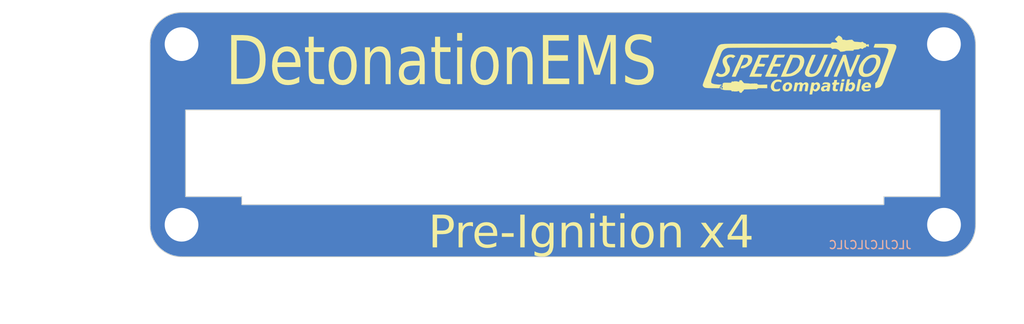
<source format=kicad_pcb>
(kicad_pcb (version 20221018) (generator pcbnew)
  (layers (0 "F.Cu" signal) (31 "B.Cu" signal) (34 "B.Paste" user) (35 "F.Paste" user) (36 "B.SilkS" user "B.Silkscreen") (37 "F.SilkS" user "F.Silkscreen") (38 "B.Mask" user) (39 "F.Mask" user) (44 "Edge.Cuts" user))
  (net 0 "")
  (net 1 "GND")
  (footprint "MountingHole:MountingHole_4.3mm_M4_Pad" (layer "F.Cu") (at 73.96 104.885)
    (fp_text reference "H1" hide)
    (fp_text value "MountingHole_Pad")
    (pad "1" thru_hole circle (at 0 0) (size 5 5) (drill 4.2) (layers "*.Cu" "*.Mask") (net 1 "GND"))
  )
  (footprint "Detonation-Logos:SpeeduinoCompatible-26mm" (layer "F.Cu") (at 150.96 107.385)
    (fp_text reference "G***" hide)
    (fp_text value "LOGO" hide)
    (fp_poly (pts (xy 5.545462 1.874593) (xy 5.595562 1.883803) (xy 5.609899 1.908653) (xy 5.60234 1.956914) (xy 5.601528 1.960562) (xy 5.576325 2.067603) (xy 5.550739 2.126988) (xy 5.509311 2.152742) (xy 5.436581 2.158892) (xy 5.382829 2.159) (xy 5.213687 2.159) (xy 5.241336 2.039937) (xy 5.259429 1.957096) (xy 5.269227 1.902717) (xy 5.269742 1.897062) (xy 5.298905 1.884033) (xy 5.373352 1.875384) (xy 5.445729 1.87325) (xy 5.545462 1.874593)) (stroke (width 0.01)) (fill solid) (layer "F.SilkS"))
    (fp_poly (pts (xy 5.449653 2.291361) (xy 5.510858 2.305148) (xy 5.5245 2.317546) (xy 5.518683 2.357995) (xy 5.502605 2.449543) (xy 5.478321 2.580994) (xy 5.447885 2.741154) (xy 5.425398 2.857296) (xy 5.326296 3.3655) (xy 5.15182 3.3655) (xy 5.052466 3.363374) (xy 5.002866 3.353273) (xy 4.98932 3.329612) (xy 4.994151 3.301228) (xy 5.005668 3.248368) (xy 5.026148 3.145781) (xy 5.053111 3.0062) (xy 5.084082 2.842359) (xy 5.099154 2.761478) (xy 5.18735 2.286) (xy 5.355925 2.286) (xy 5.449653 2.291361)) (stroke (width 0.01)) (fill solid) (layer "F.SilkS"))
    (fp_poly (pts (xy 7.611657 1.875784) (xy 7.662055 1.886418) (xy 7.675365 1.909696) (xy 7.671851 1.928812) (xy 7.661388 1.97528) (xy 7.641008 2.074276) (xy 7.612673 2.215949) (xy 7.578345 2.390446) (xy 7.539988 2.587918) (xy 7.523225 2.674937) (xy 7.390525 3.3655) (xy 7.219512 3.3655) (xy 7.124981 3.364158) (xy 7.062875 3.360704) (xy 7.0485 3.357504) (xy 7.054322 3.325455) (xy 7.070663 3.239834) (xy 7.095833 3.109384) (xy 7.128141 2.942848) (xy 7.165896 2.748968) (xy 7.191211 2.619316) (xy 7.231494 2.412915) (xy 7.267386 2.228459) (xy 7.297194 2.074689) (xy 7.319227 1.960349) (xy 7.331792 1.894181) (xy 7.334086 1.881187) (xy 7.362927 1.876861) (xy 7.437229 1.873978) (xy 7.511014 1.87325) (xy 7.611657 1.875784)) (stroke (width 0.01)) (fill solid) (layer "F.SilkS"))
    (fp_poly (pts (xy -1.163425 2.315558) (xy -1.160269 2.317075) (xy -1.029295 2.40835) (xy -0.950813 2.532418) (xy -0.921752 2.694455) (xy -0.921448 2.719523) (xy -0.951123 2.917613) (xy -1.032281 3.089812) (xy -1.155966 3.229696) (xy -1.313219 3.330842) (xy -1.495082 3.386827) (xy -1.692596 3.391228) (xy -1.8211 3.364604) (xy -1.956229 3.295837) (xy -2.049954 3.190044) (xy -2.10306 3.057654) (xy -2.116334 2.909098) (xy -2.108163 2.860174) (xy -1.746363 2.860174) (xy -1.745245 2.970532) (xy -1.725404 3.061248) (xy -1.690688 3.108956) (xy -1.578524 3.14052) (xy -1.463609 3.110671) (xy -1.432461 3.091475) (xy -1.353172 3.006249) (xy -1.298847 2.890538) (xy -1.273683 2.764391) (xy -1.281877 2.64786) (xy -1.322546 2.566312) (xy -1.407818 2.511999) (xy -1.505817 2.514281) (xy -1.606545 2.570455) (xy -1.692145 2.666127) (xy -1.728686 2.751573) (xy -1.746363 2.860174) (xy -2.108163 2.860174) (xy -2.090563 2.754805) (xy -2.026534 2.605205) (xy -1.925035 2.470728) (xy -1.78685 2.361803) (xy -1.743672 2.338286) (xy -1.543019 2.268193) (xy -1.348967 2.260593) (xy -1.163425 2.315558)) (stroke (width 0.01)) (fill solid) (layer "F.SilkS"))
    (fp_poly (pts (xy 4.545472 -1.171067) (xy 4.628641 -1.161333) (xy 4.666453 -1.147526) (xy 4.66725 -1.145078) (xy 4.655053 -1.110112) (xy 4.620331 -1.023573) (xy 4.565884 -0.892118) (xy 4.494512 -0.722405) (xy 4.409016 -0.521093) (xy 4.312196 -0.294839) (xy 4.206852 -0.0503) (xy 4.203164 -0.041766) (xy 4.091933 0.215728) (xy 3.984015 0.465871) (xy 3.883148 0.699971) (xy 3.793072 0.909336) (xy 3.717527 1.085275) (xy 3.660254 1.219097) (xy 3.628488 1.293812) (xy 3.517899 1.55575) (xy 3.280809 1.55575) (xy 3.160405 1.554837) (xy 3.091414 1.549418) (xy 3.061748 1.535468) (xy 3.059323 1.508963) (xy 3.066245 1.484312) (xy 3.083493 1.440134) (xy 3.123152 1.344378) (xy 3.18238 1.203731) (xy 3.258334 1.024878) (xy 3.348173 0.814505) (xy 3.449055 0.579298) (xy 3.558138 0.325941) (xy 3.591306 0.249088) (xy 3.703619 -0.011247) (xy 3.809815 -0.257851) (xy 3.906838 -0.483598) (xy 3.991634 -0.681361) (xy 4.061147 -0.844014) (xy 4.112324 -0.964429) (xy 4.14211 -1.03548) (xy 4.145868 -1.044724) (xy 4.197894 -1.17475) (xy 4.432572 -1.17475) (xy 4.545472 -1.171067)) (stroke (width 0.01)) (fill solid) (layer "F.SilkS"))
    (fp_poly (pts (xy -2.402424 1.949718) (xy -2.302185 1.980936) (xy -2.250462 2.0071) (xy -2.234361 2.039297) (xy -2.24097 2.088553) (xy -2.265388 2.196268) (xy -2.284102 2.252443) (xy -2.306545 2.267204) (xy -2.342152 2.250681) (xy -2.373084 2.230404) (xy -2.485706 2.186898) (xy -2.629037 2.172167) (xy -2.77761 2.185385) (xy -2.905957 2.225724) (xy -2.945532 2.248986) (xy -3.055268 2.357826) (xy -3.134008 2.496885) (xy -3.179252 2.65116) (xy -3.188496 2.805644) (xy -3.15924 2.945333) (xy -3.088982 3.055222) (xy -3.081173 3.062587) (xy -2.976882 3.118) (xy -2.839346 3.136477) (xy -2.687523 3.117236) (xy -2.587481 3.082957) (xy -2.499876 3.047207) (xy -2.439183 3.028063) (xy -2.422916 3.027501) (xy -2.419963 3.063338) (xy -2.427102 3.138474) (xy -2.431594 3.16897) (xy -2.454174 3.258435) (xy -2.495903 3.308118) (xy -2.551709 3.334093) (xy -2.659349 3.359783) (xy -2.801233 3.376849) (xy -2.953517 3.384177) (xy -3.092361 3.380653) (xy -3.193922 3.365165) (xy -3.197023 3.364234) (xy -3.347229 3.286377) (xy -3.465466 3.162296) (xy -3.544878 3.004092) (xy -3.578607 2.823863) (xy -3.572839 2.701007) (xy -3.51098 2.468627) (xy -3.400219 2.269917) (xy -3.248294 2.109846) (xy -3.062948 1.993383) (xy -2.85192 1.925496) (xy -2.622951 1.911153) (xy -2.402424 1.949718)) (stroke (width 0.01)) (fill solid) (layer "F.SilkS"))
    (fp_poly (pts (xy -1.956997 -0.841375) (xy -2.369457 -0.832559) (xy -2.781917 -0.823742) (xy -2.938771 -0.454391) (xy -2.999127 -0.312139) (xy -3.05047 -0.190886) (xy -3.087689 -0.102718) (xy -3.105675 -0.059721) (xy -3.106209 -0.058396) (xy -3.080627 -0.04834) (xy -3.003136 -0.040021) (xy -2.885323 -0.034236) (xy -2.738773 -0.031783) (xy -2.719031 -0.03175) (xy -2.32127 -0.03175) (xy -2.387243 0.127) (xy -2.453217 0.28575) (xy -3.256337 0.28575) (xy -3.445856 0.719885) (xy -3.513068 0.873976) (xy -3.571253 1.007613) (xy -3.615669 1.109886) (xy -3.641573 1.169882) (xy -3.645959 1.18026) (xy -3.619827 1.189323) (xy -3.540795 1.197032) (xy -3.419461 1.202794) (xy -3.266419 1.20602) (xy -3.175 1.2065) (xy -3.009322 1.208038) (xy -2.86967 1.212281) (xy -2.766641 1.218668) (xy -2.710831 1.226639) (xy -2.704042 1.231371) (xy -2.721703 1.272949) (xy -2.755108 1.351641) (xy -2.778125 1.405877) (xy -2.841625 1.555511) (xy -3.563938 1.55563) (xy -3.770322 1.554667) (xy -3.953563 1.551902) (xy -4.104781 1.547626) (xy -4.215092 1.542132) (xy -4.275615 1.535711) (xy -4.284466 1.531937) (xy -4.271801 1.49882) (xy -4.23624 1.413406) (xy -4.180311 1.281586) (xy -4.106544 1.109251) (xy -4.017466 0.902293) (xy -3.915606 0.666603) (xy -3.803492 0.408073) (xy -3.70196 0.174625) (xy -3.121238 -1.158875) (xy -2.465832 -1.167456) (xy -1.810425 -1.176037) (xy -1.956997 -0.841375)) (stroke (width 0.01)) (fill solid) (layer "F.SilkS"))
    (fp_poly (pts (xy 4.627319 2.286) (xy 4.790159 2.286) (xy 4.893825 2.29165) (xy 4.944693 2.3174) (xy 4.953092 2.376452) (xy 4.932988 2.468562) (xy 4.913887 2.510642) (xy 4.874202 2.532061) (xy 4.796439 2.539467) (xy 4.745061 2.54) (xy 4.662367 2.540476) (xy 4.608374 2.549593) (xy 4.573833 2.578884) (xy 4.549497 2.639883) (xy 4.526121 2.744122) (xy 4.508033 2.835625) (xy 4.486528 2.967283) (xy 4.488934 3.049442) (xy 4.520366 3.09326) (xy 4.585938 3.109891) (xy 4.634503 3.1115) (xy 4.719254 3.119108) (xy 4.758508 3.15049) (xy 4.759857 3.218476) (xy 4.742488 3.294062) (xy 4.725571 3.333639) (xy 4.691102 3.354853) (xy 4.6229 3.362958) (xy 4.528609 3.363487) (xy 4.411496 3.357762) (xy 4.31097 3.345054) (xy 4.262179 3.332665) (xy 4.186325 3.281209) (xy 4.144866 3.196748) (xy 4.13571 3.071125) (xy 4.154169 2.911306) (xy 4.175926 2.787475) (xy 4.196359 2.680281) (xy 4.211127 2.612458) (xy 4.211393 2.611437) (xy 4.215772 2.559721) (xy 4.180053 2.541505) (xy 4.143109 2.54) (xy 4.084298 2.534085) (xy 4.067105 2.503402) (xy 4.075906 2.440781) (xy 4.08986 2.362934) (xy 4.095749 2.314042) (xy 4.09575 2.313781) (xy 4.123287 2.294031) (xy 4.18802 2.286) (xy 4.243346 2.281111) (xy 4.274162 2.255669) (xy 4.292087 2.193504) (xy 4.302125 2.12725) (xy 4.323958 1.9685) (xy 4.669437 1.9685) (xy 4.627319 2.286)) (stroke (width 0.01)) (fill solid) (layer "F.SilkS"))
    (fp_poly (pts (xy 8.585354 2.275652) (xy 8.717423 2.337341) (xy 8.821161 2.434842) (xy 8.887772 2.564928) (xy 8.908461 2.72437) (xy 8.901116 2.80073) (xy 8.881884 2.921) (xy 8.057616 2.921) (xy 8.07867 3.008312) (xy 8.112456 3.087819) (xy 8.151681 3.135312) (xy 8.236591 3.166607) (xy 8.362231 3.170651) (xy 8.51232 3.148157) (xy 8.631272 3.114255) (xy 8.80117 3.055584) (xy 8.782085 3.15101) (xy 8.768487 3.226403) (xy 8.763 3.271112) (xy 8.733676 3.302971) (xy 8.655391 3.331988) (xy 8.542676 3.356358) (xy 8.410062 3.374276) (xy 8.27208 3.383938) (xy 8.14326 3.383538) (xy 8.038133 3.371271) (xy 8.01157 3.364451) (xy 7.897146 3.300117) (xy 7.799637 3.193794) (xy 7.737394 3.066979) (xy 7.729357 3.033867) (xy 7.728358 2.87328) (xy 7.776445 2.703819) (xy 7.794828 2.671329) (xy 8.128 2.671329) (xy 8.157061 2.684844) (xy 8.233542 2.694637) (xy 8.341385 2.698728) (xy 8.35025 2.69875) (xy 8.46881 2.696446) (xy 8.536777 2.687497) (xy 8.566955 2.668846) (xy 8.5725 2.645687) (xy 8.54435 2.565373) (xy 8.474265 2.502624) (xy 8.383791 2.476518) (xy 8.381408 2.4765) (xy 8.311205 2.496373) (xy 8.231433 2.544993) (xy 8.163552 2.605863) (xy 8.12902 2.662485) (xy 8.128 2.671329) (xy 7.794828 2.671329) (xy 7.866094 2.545374) (xy 7.949656 2.451567) (xy 8.107103 2.337732) (xy 8.271399 2.27262) (xy 8.433747 2.253003) (xy 8.585354 2.275652)) (stroke (width 0.01)) (fill solid) (layer "F.SilkS"))
    (fp_poly (pts (xy 2.22147 2.264118) (xy 2.36626 2.307675) (xy 2.473395 2.398509) (xy 2.539803 2.530639) (xy 2.562413 2.698085) (xy 2.540397 2.885004) (xy 2.504512 3.005759) (xy 2.449033 3.103679) (xy 2.357656 3.207209) (xy 2.353025 3.211869) (xy 2.205623 3.329592) (xy 2.059005 3.389443) (xy 1.918667 3.390599) (xy 1.7901 3.332238) (xy 1.753171 3.301633) (xy 1.715999 3.268784) (xy 1.690056 3.258894) (xy 1.670225 3.280594) (xy 1.651392 3.342518) (xy 1.62844 3.453298) (xy 1.611836 3.540125) (xy 1.569504 3.762375) (xy 1.403877 3.771971) (xy 1.29887 3.772853) (xy 1.247162 3.75878) (xy 1.237954 3.740221) (xy 1.24362 3.698213) (xy 1.25966 3.603328) (xy 1.284368 3.465027) (xy 1.316039 3.292775) (xy 1.352968 3.096033) (xy 1.372681 2.992437) (xy 1.387368 2.915592) (xy 1.74625 2.915592) (xy 1.768428 3.038472) (xy 1.827703 3.116384) (xy 1.913187 3.144188) (xy 2.013991 3.116741) (xy 2.077076 3.071812) (xy 2.135789 2.994551) (xy 2.185148 2.886827) (xy 2.197046 2.847731) (xy 2.218609 2.746084) (xy 2.216848 2.676901) (xy 2.190833 2.613224) (xy 2.188826 2.609606) (xy 2.119256 2.531244) (xy 2.036422 2.505854) (xy 1.94958 2.527034) (xy 1.867988 2.588384) (xy 1.800904 2.683504) (xy 1.757586 2.805993) (xy 1.74625 2.915592) (xy 1.387368 2.915592) (xy 1.507703 2.286) (xy 1.674601 2.286) (xy 1.772885 2.289079) (xy 1.823058 2.302127) (xy 1.840364 2.330855) (xy 1.8415 2.348543) (xy 1.845502 2.383985) (xy 1.866695 2.387826) (xy 1.918854 2.357894) (xy 1.960562 2.329783) (xy 2.056235 2.276079) (xy 2.147642 2.259614) (xy 2.22147 2.264118)) (stroke (width 0.01)) (fill solid) (layer "F.SilkS"))
    (fp_poly (pts (xy 3.513756 2.272291) (xy 3.650969 2.307744) (xy 3.706167 2.335483) (xy 3.765955 2.383726) (xy 3.804517 2.442676) (xy 3.823027 2.522819) (xy 3.822658 2.63464) (xy 3.804584 2.788624) (xy 3.776143 2.960687) (xy 3.704544 3.3655) (xy 3.535022 3.3655) (xy 3.436014 3.36263) (xy 3.385108 3.350145) (xy 3.367017 3.322236) (xy 3.3655 3.301049) (xy 3.362722 3.260396) (xy 3.344076 3.256328) (xy 3.294088 3.289439) (xy 3.273554 3.304577) (xy 3.167751 3.35575) (xy 3.035863 3.383841) (xy 2.907364 3.384657) (xy 2.835538 3.366892) (xy 2.740216 3.295402) (xy 2.685299 3.190059) (xy 2.672124 3.067071) (xy 2.683837 3.018337) (xy 3.01625 3.018337) (xy 3.04276 3.103554) (xy 3.109949 3.158425) (xy 3.199306 3.175597) (xy 3.292319 3.147719) (xy 3.310772 3.135312) (xy 3.356788 3.080855) (xy 3.403794 2.996536) (xy 3.412516 2.976562) (xy 3.461602 2.8575) (xy 3.302426 2.8575) (xy 3.177301 2.873893) (xy 3.079801 2.917779) (xy 3.024053 2.981218) (xy 3.01625 3.018337) (xy 2.683837 3.018337) (xy 2.70203 2.942645) (xy 2.776357 2.832989) (xy 2.790347 2.819772) (xy 2.92721 2.732206) (xy 3.10333 2.682117) (xy 3.309937 2.667177) (xy 3.413753 2.664485) (xy 3.468873 2.653309) (xy 3.49001 2.628606) (xy 3.4925 2.604617) (xy 3.464451 2.539214) (xy 3.388527 2.496015) (xy 3.277058 2.477037) (xy 3.142373 2.4843) (xy 2.996803 2.51982) (xy 2.989648 2.522308) (xy 2.859814 2.568116) (xy 2.878455 2.466745) (xy 2.906513 2.37883) (xy 2.960434 2.321911) (xy 3.053592 2.286716) (xy 3.165184 2.267994) (xy 3.345407 2.25824) (xy 3.513756 2.272291)) (stroke (width 0.01)) (fill solid) (layer "F.SilkS"))
    (fp_poly (pts (xy -4.029977 -1.169412) (xy -3.910034 -1.166291) (xy -3.833874 -1.160009) (xy -3.794935 -1.15024) (xy -3.786659 -1.136659) (xy -3.786993 -1.135718) (xy -3.808137 -1.083013) (xy -3.842434 -0.997947) (xy -3.857589 -0.960438) (xy -3.912145 -0.825501) (xy -4.746625 -0.824613) (xy -4.873625 -0.515978) (xy -4.945979 -0.343025) (xy -4.994376 -0.221078) (xy -5.01465 -0.140803) (xy -5.002632 -0.092869) (xy -4.954156 -0.067942) (xy -4.865054 -0.056691) (xy -4.73116 -0.049783) (xy -4.663815 -0.046126) (xy -4.517537 -0.036536) (xy -4.39765 -0.027039) (xy -4.316456 -0.018726) (xy -4.286253 -0.012689) (xy -4.28625 -0.012645) (xy -4.298909 0.019675) (xy -4.331247 0.090199) (xy -4.356077 0.142025) (xy -4.425904 0.28575) (xy -5.207826 0.28575) (xy -5.269213 0.420687) (xy -5.308362 0.507323) (xy -5.364624 0.632562) (xy -5.429289 0.776994) (xy -5.472216 0.873125) (xy -5.61383 1.190625) (xy -5.137467 1.199406) (xy -4.944793 1.204275) (xy -4.809066 1.211099) (xy -4.723746 1.220555) (xy -4.682294 1.233318) (xy -4.676569 1.247031) (xy -4.697324 1.298727) (xy -4.731358 1.383117) (xy -4.746589 1.420812) (xy -4.801145 1.55575) (xy -6.255603 1.55575) (xy -6.2109 1.452562) (xy -6.17901 1.377417) (xy -6.131205 1.262965) (xy -6.075599 1.128677) (xy -6.048821 1.063625) (xy -5.987691 0.91727) (xy -5.925526 0.772511) (xy -5.872689 0.653346) (xy -5.85691 0.619125) (xy -5.817343 0.532223) (xy -5.759725 0.402287) (xy -5.690823 0.244728) (xy -5.617404 0.07496) (xy -5.592049 0.015875) (xy -5.507829 -0.180368) (xy -5.415521 -0.394725) (xy -5.325776 -0.602502) (xy -5.249249 -0.779) (xy -5.242832 -0.79375) (xy -5.083944 -1.158875) (xy -4.427449 -1.167468) (xy -4.200262 -1.169696) (xy -4.029977 -1.169412)) (stroke (width 0.01)) (fill solid) (layer "F.SilkS"))
    (fp_poly (pts (xy 9.481075 -1.191853) (xy 9.653175 -1.145102) (xy 9.798994 -1.061303) (xy 9.82576 -1.040189) (xy 9.963002 -0.887059) (xy 10.050504 -0.696436) (xy 10.087571 -0.471155) (xy 10.07351 -0.214054) (xy 10.054095 -0.106133) (xy 9.958811 0.210269) (xy 9.813669 0.513742) (xy 9.626101 0.79571) (xy 9.40354 1.047593) (xy 9.153419 1.260815) (xy 8.883171 1.426798) (xy 8.640593 1.525138) (xy 8.486983 1.559755) (xy 8.309871 1.58004) (xy 8.132604 1.584954) (xy 7.978532 1.573459) (xy 7.905544 1.557834) (xy 7.716894 1.475034) (xy 7.571108 1.35728) (xy 7.542889 1.323415) (xy 7.43126 1.125744) (xy 7.37437 0.89981) (xy 7.372267 0.658329) (xy 7.907774 0.658329) (xy 7.91382 0.819148) (xy 7.938743 0.94756) (xy 7.954916 0.98723) (xy 8.049334 1.106083) (xy 8.181044 1.17946) (xy 8.341704 1.206042) (xy 8.522972 1.184512) (xy 8.716509 1.11355) (xy 8.725655 1.109033) (xy 8.921373 0.982776) (xy 9.095176 0.808472) (xy 9.251934 0.580558) (xy 9.348995 0.396875) (xy 9.445212 0.181716) (xy 9.508593 -0.000454) (xy 9.544065 -0.1677) (xy 9.556554 -0.338085) (xy 9.55675 -0.364887) (xy 9.537289 -0.547686) (xy 9.477183 -0.68228) (xy 9.373845 -0.771294) (xy 9.22469 -0.817353) (xy 9.103022 -0.8255) (xy 8.901163 -0.795076) (xy 8.700029 -0.708476) (xy 8.506665 -0.57271) (xy 8.328116 -0.394785) (xy 8.171429 -0.181711) (xy 8.043648 0.059503) (xy 7.952592 0.318939) (xy 7.920675 0.484971) (xy 7.907774 0.658329) (xy 7.372267 0.658329) (xy 7.37219 0.649488) (xy 7.424692 0.378653) (xy 7.531847 0.091178) (xy 7.552265 0.047625) (xy 7.733732 -0.272235) (xy 7.948705 -0.551792) (xy 8.1917 -0.787036) (xy 8.457231 -0.973957) (xy 8.739811 -1.108544) (xy 9.033956 -1.186788) (xy 9.267316 -1.206124) (xy 9.481075 -1.191853)) (stroke (width 0.01)) (fill solid) (layer "F.SilkS"))
    (fp_poly (pts (xy -8.418742 -1.195763) (xy -8.225604 -1.153138) (xy -8.08055 -1.071781) (xy -8.076446 -1.068299) (xy -7.992128 -0.995772) (xy -8.275846 -0.763286) (xy -8.399137 -0.826143) (xy -8.530619 -0.877073) (xy -8.650279 -0.881464) (xy -8.781615 -0.838845) (xy -8.825361 -0.817563) (xy -8.95987 -0.719468) (xy -9.044162 -0.593319) (xy -9.072542 -0.4487) (xy -9.069722 -0.406434) (xy -9.051928 -0.330798) (xy -9.017029 -0.227773) (xy -8.971731 -0.112894) (xy -8.922742 -0.001695) (xy -8.876768 0.09029) (xy -8.840515 0.147526) (xy -8.82571 0.15875) (xy -8.793529 0.18718) (xy -8.756239 0.261043) (xy -8.71954 0.3632) (xy -8.68913 0.47651) (xy -8.670708 0.583832) (xy -8.66775 0.633853) (xy -8.698072 0.832306) (xy -8.783992 1.027048) (xy -8.917943 1.207856) (xy -9.092357 1.364509) (xy -9.29894 1.48645) (xy -9.485894 1.549297) (xy -9.695208 1.581932) (xy -9.906055 1.583707) (xy -10.097608 1.553972) (xy -10.207625 1.514752) (xy -10.305363 1.462246) (xy -10.383163 1.410252) (xy -10.411125 1.384762) (xy -10.431768 1.34875) (xy -10.423875 1.309557) (xy -10.3809 1.251751) (xy -10.33175 1.197635) (xy -10.263404 1.12353) (xy -10.215587 1.070074) (xy -10.201029 1.052224) (xy -10.175431 1.062574) (xy -10.119418 1.103448) (xy -10.096855 1.121954) (xy -9.94251 1.214118) (xy -9.775147 1.249294) (xy -9.606141 1.22912) (xy -9.446866 1.155234) (xy -9.308698 1.029277) (xy -9.2903 1.005731) (xy -9.248186 0.925276) (xy -9.230661 0.819072) (xy -9.229607 0.740963) (xy -9.235989 0.648407) (xy -9.255217 0.560061) (xy -9.292972 0.459131) (xy -9.354932 0.328821) (xy -9.396071 0.248732) (xy -9.512682 -0.010206) (xy -9.57566 -0.239693) (xy -9.58489 -0.444456) (xy -9.540258 -0.629218) (xy -9.44165 -0.798705) (xy -9.368714 -0.88267) (xy -9.176611 -1.036218) (xy -8.948781 -1.142358) (xy -8.696955 -1.195874) (xy -8.65736 -1.19907) (xy -8.418742 -1.195763)) (stroke (width 0.01)) (fill solid) (layer "F.SilkS"))
    (fp_poly (pts (xy 1.863069 -1.173971) (xy 1.947742 -1.165565) (xy 1.995617 -1.14943) (xy 2.00025 -1.140962) (xy 1.988138 -1.104368) (xy 1.953843 -1.016903) (xy 1.900428 -0.885964) (xy 1.830955 -0.718946) (xy 1.748484 -0.523246) (xy 1.656079 -0.30626) (xy 1.61578 -0.212275) (xy 1.48925 0.084993) (xy 1.387978 0.330619) (xy 1.310473 0.530549) (xy 1.255242 0.690732) (xy 1.220792 0.817115) (xy 1.20563 0.915644) (xy 1.208264 0.992268) (xy 1.2272 1.052934) (xy 1.260945 1.103588) (xy 1.280268 1.124405) (xy 1.383335 1.185773) (xy 1.520927 1.209036) (xy 1.676417 1.193717) (xy 1.83139 1.140208) (xy 1.9148 1.093005) (xy 1.993688 1.031843) (xy 2.071181 0.951462) (xy 2.150407 0.846601) (xy 2.234491 0.711999) (xy 2.326561 0.542395) (xy 2.429745 0.332531) (xy 2.547168 0.077144) (xy 2.681959 -0.229026) (xy 2.778092 -0.452438) (xy 3.086879 -1.174751) (xy 3.30436 -1.17475) (xy 3.521841 -1.17475) (xy 3.416339 -0.928688) (xy 3.243533 -0.527176) (xy 3.090968 -0.175888) (xy 2.959353 0.123583) (xy 2.849395 0.369647) (xy 2.761801 0.56071) (xy 2.697277 0.695181) (xy 2.679405 0.73025) (xy 2.505842 1.003622) (xy 2.298512 1.227836) (xy 2.061775 1.40008) (xy 1.799988 1.517543) (xy 1.517511 1.577414) (xy 1.354483 1.584771) (xy 1.227174 1.579778) (xy 1.11402 1.56935) (xy 1.041125 1.556118) (xy 0.88805 1.480874) (xy 0.764943 1.363615) (xy 0.71449 1.281632) (xy 0.676979 1.139507) (xy 0.683983 0.962171) (xy 0.735881 0.746127) (xy 0.788446 0.597186) (xy 0.833908 0.48292) (xy 0.895252 0.333319) (xy 0.968622 0.157352) (xy 1.050165 -0.036011) (xy 1.136025 -0.2378) (xy 1.222347 -0.439046) (xy 1.305278 -0.63078) (xy 1.380962 -0.804032) (xy 1.445544 -0.949832) (xy 1.495171 -1.059212) (xy 1.525986 -1.1232) (xy 1.53289 -1.135063) (xy 1.576509 -1.155195) (xy 1.658629 -1.168549) (xy 1.760423 -1.174887) (xy 1.863069 -1.173971)) (stroke (width 0.01)) (fill solid) (layer "F.SilkS"))
    (fp_poly (pts (xy -0.587375 -1.165351) (xy -0.395177 -1.158119) (xy -0.217893 -1.148331) (xy -0.068221 -1.136928) (xy 0.041138 -1.124851) (xy 0.092021 -1.115042) (xy 0.284897 -1.025691) (xy 0.431052 -0.89463) (xy 0.529254 -0.724454) (xy 0.578272 -0.51776) (xy 0.576872 -0.277143) (xy 0.555585 -0.138343) (xy 0.457893 0.193772) (xy 0.303901 0.505848) (xy 0.099625 0.790053) (xy -0.148918 1.038554) (xy -0.435712 1.243518) (xy -0.556941 1.310118) (xy -0.715685 1.384581) (xy -0.867986 1.441352) (xy -1.027258 1.483112) (xy -1.206911 1.512547) (xy -1.42036 1.532338) (xy -1.681015 1.54517) (xy -1.741987 1.5472) (xy -2.325098 1.565416) (xy -2.302815 1.495209) (xy -2.285914 1.452102) (xy -2.246508 1.356957) (xy -2.187254 1.216038) (xy -2.178463 1.195288) (xy -1.68275 1.195288) (xy -1.653527 1.202509) (xy -1.575664 1.205079) (xy -1.463872 1.2027) (xy -1.419533 1.200647) (xy -1.274296 1.189132) (xy -1.15885 1.167376) (xy -1.04526 1.12788) (xy -0.905593 1.063147) (xy -0.903595 1.062162) (xy -0.624019 0.891978) (xy -0.385193 0.680139) (xy -0.192327 0.433372) (xy -0.05063 0.158404) (xy 0.034687 -0.138038) (xy 0.037289 -0.152775) (xy 0.056252 -0.277598) (xy 0.060089 -0.364906) (xy 0.04729 -0.439207) (xy 0.016341 -0.52501) (xy 0.013975 -0.530812) (xy -0.062345 -0.661852) (xy -0.170934 -0.75136) (xy -0.31896 -0.802799) (xy -0.51359 -0.81963) (xy -0.581558 -0.818469) (xy -0.82974 -0.809625) (xy -0.950742 -0.523875) (xy -0.999 -0.410532) (xy -1.066984 -0.251718) (xy -1.149193 -0.060238) (xy -1.240128 0.151106) (xy -1.334289 0.369509) (xy -1.377248 0.468994) (xy -1.462165 0.666302) (xy -1.538007 0.843979) (xy -1.601327 0.993826) (xy -1.648675 1.107644) (xy -1.676603 1.177233) (xy -1.68275 1.195288) (xy -2.178463 1.195288) (xy -2.11081 1.035606) (xy -2.019836 0.821925) (xy -1.91699 0.581257) (xy -1.804931 0.319865) (xy -1.719704 0.121576) (xy -1.158875 -1.18185) (xy -0.587375 -1.165351)) (stroke (width 0.01)) (fill solid) (layer "F.SilkS"))
    (fp_poly (pts (xy 6.214266 1.875188) (xy 6.263178 1.885304) (xy 6.276703 1.910047) (xy 6.271486 1.944687) (xy 6.230394 2.127481) (xy 6.20409 2.255535) (xy 6.193227 2.336019) (xy 6.198457 2.376098) (xy 6.220434 2.382942) (xy 6.259809 2.363717) (xy 6.306805 2.332668) (xy 6.450916 2.267492) (xy 6.597362 2.261601) (xy 6.698297 2.294868) (xy 6.796772 2.374463) (xy 6.875174 2.491398) (xy 6.917777 2.61966) (xy 6.921322 2.663757) (xy 6.898615 2.856763) (xy 6.836262 3.030488) (xy 6.741989 3.178072) (xy 6.623522 3.292654) (xy 6.488586 3.367374) (xy 6.344907 3.395371) (xy 6.20021 3.369784) (xy 6.151562 3.347339) (xy 6.090443 3.305343) (xy 6.064265 3.269823) (xy 6.06425 3.269235) (xy 6.040058 3.239385) (xy 6.0325 3.2385) (xy 6.006703 3.265092) (xy 6.00075 3.302) (xy 5.993317 3.338417) (xy 5.961066 3.357549) (xy 5.889065 3.364721) (xy 5.822683 3.3655) (xy 5.722084 3.36373) (xy 5.671197 3.35434) (xy 5.656247 3.331206) (xy 5.662018 3.294062) (xy 5.673263 3.241331) (xy 5.694157 3.137265) (xy 5.722528 2.99292) (xy 5.737531 2.915592) (xy 6.096 2.915592) (xy 6.118178 3.038472) (xy 6.177453 3.116384) (xy 6.262937 3.144188) (xy 6.363741 3.116741) (xy 6.426826 3.071812) (xy 6.485539 2.994551) (xy 6.534898 2.886827) (xy 6.546796 2.847731) (xy 6.568357 2.746134) (xy 6.566608 2.677046) (xy 6.540616 2.613552) (xy 6.538545 2.609831) (xy 6.469206 2.532411) (xy 6.386377 2.507782) (xy 6.299408 2.529484) (xy 6.217649 2.591058) (xy 6.150449 2.686044) (xy 6.107158 2.807982) (xy 6.096 2.915592) (xy 5.737531 2.915592) (xy 5.756205 2.819351) (xy 5.793014 2.627614) (xy 5.794588 2.619375) (xy 5.83147 2.427121) (xy 5.86529 2.252573) (xy 5.893881 2.106787) (xy 5.915073 2.000817) (xy 5.926698 1.945719) (xy 5.926944 1.944687) (xy 5.944426 1.902975) (xy 5.982304 1.881542) (xy 6.057709 1.873912) (xy 6.115921 1.87325) (xy 6.214266 1.875188)) (stroke (width 0.01)) (fill solid) (layer "F.SilkS"))
    (fp_poly (pts (xy 0.892277 2.271008) (xy 1.007957 2.337049) (xy 1.018442 2.347057) (xy 1.061417 2.393487) (xy 1.08985 2.43938) (xy 1.104129 2.495772) (xy 1.104642 2.573699) (xy 1.091777 2.684195) (xy 1.065921 2.838297) (xy 1.040577 2.976537) (xy 0.968375 3.36545) (xy 0.801687 3.365475) (xy 0.690084 3.358479) (xy 0.638945 3.337212) (xy 0.635049 3.325812) (xy 0.640724 3.279929) (xy 0.65606 3.186228) (xy 0.678585 3.059219) (xy 0.700726 2.940186) (xy 0.728864 2.786253) (xy 0.744248 2.682213) (xy 0.747452 2.615872) (xy 0.739051 2.575036) (xy 0.719619 2.547513) (xy 0.719239 2.547132) (xy 0.647871 2.515168) (xy 0.562666 2.531999) (xy 0.481903 2.591641) (xy 0.448919 2.635615) (xy 0.418624 2.707183) (xy 0.38399 2.822586) (xy 0.350325 2.962894) (xy 0.333464 3.047512) (xy 0.275119 3.3655) (xy -0.071438 3.3655) (xy -0.050781 3.262312) (xy -0.007068 3.040502) (xy 0.023974 2.8724) (xy 0.043208 2.749674) (xy 0.051497 2.663991) (xy 0.049703 2.607018) (xy 0.038688 2.570423) (xy 0.023024 2.549417) (xy -0.049877 2.515867) (xy -0.13559 2.532048) (xy -0.21508 2.592753) (xy -0.23575 2.620205) (xy -0.264131 2.684859) (xy -0.298389 2.794696) (xy -0.333493 2.932343) (xy -0.355355 3.033328) (xy -0.421919 3.3655) (xy -0.595663 3.3655) (xy -0.694724 3.363395) (xy -0.74406 3.353283) (xy -0.757406 3.32946) (xy -0.752393 3.300439) (xy -0.740738 3.247283) (xy -0.720031 3.144456) (xy -0.692779 3.004723) (xy -0.661489 2.840852) (xy -0.646394 2.760689) (xy -0.557409 2.286) (xy -0.38983 2.286) (xy -0.291649 2.288861) (xy -0.241426 2.301485) (xy -0.223727 2.329933) (xy -0.22225 2.351804) (xy -0.22225 2.417608) (xy -0.139655 2.352638) (xy -0.011676 2.283733) (xy 0.124314 2.262759) (xy 0.251933 2.288657) (xy 0.354801 2.360369) (xy 0.375116 2.385879) (xy 0.40924 2.428436) (xy 0.438894 2.427668) (xy 0.487611 2.385682) (xy 0.618555 2.296311) (xy 0.75796 2.257757) (xy 0.892277 2.271008)) (stroke (width 0.01)) (fill solid) (layer "F.SilkS"))
    (fp_poly (pts (xy 5.826637 -0.993692) (xy 5.878369 -0.813182) (xy 5.935695 -0.608796) (xy 5.995901 -0.390665) (xy 6.056271 -0.168921) (xy 6.114093 0.046307) (xy 6.166651 0.244888) (xy 6.211232 0.416691) (xy 6.245121 0.551587) (xy 6.265605 0.639443) (xy 6.269381 0.658812) (xy 6.287567 0.740818) (xy 6.306615 0.78835) (xy 6.313103 0.793177) (xy 6.330057 0.764893) (xy 6.368558 0.684852) (xy 6.425576 0.559847) (xy 6.498085 0.396674) (xy 6.583054 0.202128) (xy 6.677456 -0.016998) (xy 6.748276 -0.183135) (xy 7.162428 -1.158875) (xy 7.359464 -1.168328) (xy 7.483381 -1.168704) (xy 7.547355 -1.155231) (xy 7.5565 -1.142147) (xy 7.544421 -1.107979) (xy 7.510243 -1.022759) (xy 7.457051 -0.893727) (xy 7.387928 -0.728124) (xy 7.305961 -0.53319) (xy 7.214234 -0.316166) (xy 7.115832 -0.084291) (xy 7.01384 0.155194) (xy 6.911342 0.395048) (xy 6.811425 0.628031) (xy 6.717172 0.846904) (xy 6.631669 1.044425) (xy 6.558001 1.213354) (xy 6.499252 1.346451) (xy 6.458508 1.436476) (xy 6.451008 1.45243) (xy 6.418305 1.513335) (xy 6.38199 1.543728) (xy 6.321557 1.552509) (xy 6.228011 1.549201) (xy 6.055609 1.539875) (xy 5.931139 1.127125) (xy 5.878883 0.948482) (xy 5.817605 0.730518) (xy 5.753448 0.495576) (xy 5.692558 0.265996) (xy 5.665555 0.161366) (xy 5.619502 -0.016793) (xy 5.578058 -0.172773) (xy 5.543994 -0.29649) (xy 5.52008 -0.377861) (xy 5.509483 -0.4066) (xy 5.48914 -0.392248) (xy 5.463589 -0.340185) (xy 5.443738 -0.291344) (xy 5.402326 -0.191961) (xy 5.342672 -0.049918) (xy 5.268097 0.126904) (xy 5.181922 0.330623) (xy 5.087466 0.553359) (xy 5.047065 0.648468) (xy 4.661479 1.55575) (xy 4.45585 1.55575) (xy 4.345306 1.553844) (xy 4.285763 1.545669) (xy 4.264775 1.527535) (xy 4.268386 1.500187) (xy 4.284502 1.460252) (xy 4.323331 1.368266) (xy 4.382221 1.230393) (xy 4.45852 1.052796) (xy 4.549576 0.841637) (xy 4.652737 0.603081) (xy 4.765352 0.343291) (xy 4.852398 0.142875) (xy 5.418245 -1.158875) (xy 5.773119 -1.177759) (xy 5.826637 -0.993692)) (stroke (width 0.01)) (fill solid) (layer "F.SilkS"))
    (fp_poly (pts (xy -6.805569 -1.158265) (xy -6.619603 -1.1573) (xy -6.484034 -1.153858) (xy -6.385763 -1.146286) (xy -6.311691 -1.13293) (xy -6.24872 -1.112136) (xy -6.183751 -1.082249) (xy -6.177026 -1.07889) (xy -6.035703 -0.99352) (xy -5.947873 -0.898628) (xy -5.903845 -0.778385) (xy -5.893925 -0.616962) (xy -5.893933 -0.616589) (xy -5.928783 -0.376597) (xy -6.022958 -0.157555) (xy -6.176755 0.040938) (xy -6.390471 0.219283) (xy -6.609368 0.350111) (xy -6.752723 0.420636) (xy -6.866942 0.464423) (xy -6.976387 0.488942) (xy -7.103057 0.501513) (xy -7.214853 0.505611) (xy -7.29693 0.502757) (xy -7.333626 0.493604) (xy -7.33425 0.49184) (xy -7.321125 0.450946) (xy -7.287913 0.375677) (xy -7.268121 0.334917) (xy -7.223255 0.256232) (xy -7.174032 0.210548) (xy -7.09796 0.181979) (xy -7.029412 0.166306) (xy -6.836254 0.098155) (xy -6.668846 -0.014218) (xy -6.536443 -0.160401) (xy -6.448303 -0.329979) (xy -6.413682 -0.512541) (xy -6.4135 -0.526592) (xy -6.428337 -0.655236) (xy -6.47829 -0.741519) (xy -6.571528 -0.792847) (xy -6.716216 -0.816625) (xy -6.734696 -0.817823) (xy -6.937375 -0.82957) (xy -7.180466 -0.248098) (xy -7.2581 -0.061598) (xy -7.329671 0.111827) (xy -7.390615 0.261001) (xy -7.43637 0.374753) (xy -7.462373 0.441907) (xy -7.463309 0.4445) (xy -7.494384 0.522107) (xy -7.544594 0.637639) (xy -7.605465 0.771836) (xy -7.637939 0.841375) (xy -7.71021 0.995649) (xy -7.785511 1.158272) (xy -7.850921 1.301287) (xy -7.869042 1.341437) (xy -7.965268 1.55575) (xy -8.20803 1.55575) (xy -8.321318 1.552718) (xy -8.403408 1.544683) (xy -8.439814 1.533231) (xy -8.440209 1.530297) (xy -8.424333 1.492327) (xy -8.389304 1.408661) (xy -8.340512 1.292167) (xy -8.290635 1.17311) (xy -8.219228 1.00214) (xy -8.142428 0.817387) (xy -8.072052 0.647311) (xy -8.040841 0.5715) (xy -7.98921 0.448844) (xy -7.944273 0.347686) (xy -7.912874 0.283196) (xy -7.904747 0.269875) (xy -7.885518 0.232829) (xy -7.84512 0.145878) (xy -7.787345 0.017503) (xy -7.715986 -0.143815) (xy -7.634836 -0.329592) (xy -7.578233 -0.460375) (xy -7.277012 -1.158875) (xy -6.805569 -1.158265)) (stroke (width 0.01)) (fill solid) (layer "F.SilkS"))
    (fp_poly (pts (xy 10.853472 -2.523701) (xy 11.120174 -2.521977) (xy 11.336411 -2.518275) (xy 11.508701 -2.511915) (xy 11.64356 -2.502222) (xy 11.747503 -2.488516) (xy 11.827048 -2.470119) (xy 11.888711 -2.446353) (xy 11.939008 -2.416541) (xy 11.984455 -2.380003) (xy 11.993562 -2.371805) (xy 12.048549 -2.286796) (xy 12.063187 -2.165686) (xy 12.037449 -2.003829) (xy 11.990213 -1.848842) (xy 11.959602 -1.763794) (xy 11.90973 -1.628228) (xy 11.842974 -1.448432) (xy 11.76171 -1.230698) (xy 11.668314 -0.981314) (xy 11.565163 -0.706571) (xy 11.454633 -0.412759) (xy 11.339101 -0.106166) (xy 11.220943 0.206917) (xy 11.102535 0.5202) (xy 10.986253 0.827393) (xy 10.874475 1.122207) (xy 10.769576 1.398352) (xy 10.673933 1.649538) (xy 10.589922 1.869475) (xy 10.51992 2.051874) (xy 10.466303 2.190444) (xy 10.431448 2.278896) (xy 10.422006 2.301875) (xy 10.319583 2.512307) (xy 10.207999 2.672256) (xy 10.075619 2.790592) (xy 9.910804 2.876185) (xy 9.701918 2.937905) (xy 9.548812 2.967467) (xy 9.42975 2.987377) (xy 9.42975 2.658534) (xy 9.430309 2.510978) (xy 9.434185 2.413087) (xy 9.444676 2.35103) (xy 9.46508 2.310971) (xy 9.498694 2.279077) (xy 9.524914 2.259333) (xy 9.552214 2.239239) (xy 9.57688 2.219451) (xy 9.600595 2.195996) (xy 9.625043 2.164899) (xy 9.651908 2.122186) (xy 9.682873 2.063884) (xy 9.71962 1.986017) (xy 9.763834 1.884613) (xy 9.817198 1.755696) (xy 9.881396 1.595293) (xy 9.958109 1.39943) (xy 10.049023 1.164133) (xy 10.15582 0.885428) (xy 10.280183 0.55934) (xy 10.423797 0.181895) (xy 10.588344 -0.25088) (xy 10.589531 -0.254) (xy 10.712426 -0.580277) (xy 10.819791 -0.871587) (xy 10.910147 -1.123673) (xy 10.982013 -1.33228) (xy 11.03391 -1.493152) (xy 11.064359 -1.602033) (xy 11.071785 -1.64125) (xy 11.078751 -1.742937) (xy 11.067227 -1.808513) (xy 11.029455 -1.864451) (xy 10.996213 -1.899172) (xy 10.936362 -1.948792) (xy 10.862319 -1.987749) (xy 10.766321 -2.017215) (xy 10.640609 -2.038358) (xy 10.477421 -2.052349) (xy 10.268996 -2.060357) (xy 10.007573 -2.063552) (xy 9.904437 -2.06375) (xy 9.706667 -2.065017) (xy 9.532295 -2.068555) (xy 9.390605 -2.073977) (xy 9.290883 -2.080893) (xy 9.242417 -2.088913) (xy 9.23925 -2.091635) (xy 9.24974 -2.133607) (xy 9.277229 -2.216706) (xy 9.315351 -2.321823) (xy 9.391453 -2.524125) (xy 10.529789 -2.524125) (xy 10.853472 -2.523701)) (stroke (width 0.01)) (fill solid) (layer "F.SilkS"))
    (fp_poly (pts (xy -7.233709 2.005565) (xy -7.18487 2.023678) (xy -7.1755 2.046816) (xy -7.154407 2.095631) (xy -7.101016 2.165692) (xy -7.068873 2.20001) (xy -7.002892 2.270393) (xy -6.958496 2.325929) (xy -6.949811 2.34129) (xy -6.912975 2.35789) (xy -6.819626 2.372259) (xy -6.676738 2.383557) (xy -6.554131 2.389079) (xy -6.402205 2.395986) (xy -6.272312 2.405064) (xy -6.178299 2.415132) (xy -6.1341 2.42495) (xy -6.07891 2.430049) (xy -6.038021 2.415954) (xy -5.971539 2.402432) (xy -5.94346 2.41949) (xy -5.898539 2.436717) (xy -5.859221 2.414116) (xy -5.806566 2.390005) (xy -5.765113 2.410935) (xy -5.714043 2.431852) (xy -5.654781 2.40768) (xy -5.594232 2.383517) (xy -5.552179 2.404371) (xy -5.498445 2.424999) (xy -5.454007 2.409257) (xy -5.383227 2.40282) (xy -5.297838 2.435252) (xy -5.222223 2.495304) (xy -5.198621 2.527093) (xy -5.175537 2.541886) (xy -5.122143 2.551608) (xy -5.030993 2.556548) (xy -4.894641 2.556999) (xy -4.705642 2.553249) (xy -4.603309 2.550326) (xy -4.03225 2.532962) (xy -4.03225 2.986833) (xy -4.598851 2.979865) (xy -4.80198 2.977729) (xy -4.951486 2.977694) (xy -5.05724 2.980713) (xy -5.129109 2.987742) (xy -5.176962 2.999736) (xy -5.210666 3.017648) (xy -5.239448 3.041835) (xy -5.332138 3.110492) (xy -5.409822 3.134427) (xy -5.461632 3.110488) (xy -5.463996 3.10696) (xy -5.497699 3.080334) (xy -5.551207 3.101286) (xy -5.610505 3.122512) (xy -5.648218 3.102082) (xy -5.693408 3.082377) (xy -5.750031 3.10618) (xy -5.812696 3.130452) (xy -5.860363 3.109435) (xy -5.911288 3.088602) (xy -5.952721 3.111164) (xy -6.022648 3.133506) (xy -6.055909 3.125886) (xy -6.118424 3.11042) (xy -6.143625 3.11263) (xy -6.181874 3.120404) (xy -6.25287 3.126598) (xy -6.364903 3.131617) (xy -6.526259 3.135867) (xy -6.675438 3.138642) (xy -6.808924 3.141979) (xy -6.891171 3.148624) (xy -6.93444 3.161648) (xy -6.950992 3.184123) (xy -6.95325 3.208226) (xy -6.980783 3.272333) (xy -7.043719 3.325125) (xy -7.119448 3.390275) (xy -7.167961 3.466523) (xy -7.19891 3.525065) (xy -7.247434 3.550606) (xy -7.330585 3.556) (xy -7.414739 3.551136) (xy -7.457806 3.526708) (xy -7.482016 3.46796) (xy -7.486032 3.452812) (xy -7.528879 3.374013) (xy -7.595384 3.334616) (xy -7.666534 3.342869) (xy -7.693512 3.362811) (xy -7.74256 3.380321) (xy -7.835423 3.391484) (xy -7.952736 3.396303) (xy -8.075133 3.394781) (xy -8.183249 3.386919) (xy -8.257716 3.372722) (xy -8.276817 3.362733) (xy -8.315142 3.345387) (xy -8.332666 3.362733) (xy -8.380808 3.396281) (xy -8.436061 3.378477) (xy -8.476154 3.32076) (xy -8.489095 3.29176) (xy -8.508908 3.27096) (xy -8.545457 3.256708) (xy -8.608606 3.247354) (xy -8.708217 3.241245) (xy -8.854156 3.236731) (xy -8.997712 3.233447) (xy -9.21784 3.226354) (xy -9.377659 3.215922) (xy -9.480286 3.201856) (xy -9.52884 3.183861) (xy -9.52982 3.182937) (xy -9.59048 3.152374) (xy -9.652282 3.14325) (xy -9.758601 3.12442) (xy -9.819213 3.064677) (xy -9.838193 2.959139) (xy -9.83672 2.922316) (xy -9.820183 2.821415) (xy -9.794575 2.772222) (xy -9.768496 2.77697) (xy -9.750547 2.837891) (xy -9.74725 2.899082) (xy -9.733728 3.00205) (xy -9.698495 3.061848) (xy -9.649552 3.071611) (xy -9.597276 3.027784) (xy -9.558975 2.939747) (xy -9.577776 2.8672) (xy -9.638036 2.825023) (xy -9.69128 2.788168) (xy -9.692812 2.75048) (xy -9.643386 2.730764) (xy -9.634252 2.7305) (xy -9.604299 2.710325) (xy -9.590162 2.6432) (xy -9.588014 2.579687) (xy -9.581018 2.471115) (xy -9.554901 2.394417) (xy -9.500752 2.344651) (xy -9.409661 2.31688) (xy -9.272716 2.306163) (xy -9.096375 2.307173) (xy -8.892819 2.311885) (xy -8.743972 2.314434) (xy -8.64107 2.314507) (xy -8.57535 2.311788) (xy -8.538047 2.305965) (xy -8.520397 2.296725) (xy -8.514434 2.286349) (xy -8.488108 2.240326) (xy -8.446635 2.184267) (xy -8.400024 2.1375) (xy -8.361844 2.138918) (xy -8.336669 2.157096) (xy -8.284168 2.183503) (xy -8.247305 2.164004) (xy -8.198809 2.145564) (xy -8.109559 2.133522) (xy -7.999179 2.128069) (xy -7.887294 2.129395) (xy -7.793529 2.137691) (xy -7.737511 2.153146) (xy -7.731125 2.159) (xy -7.688906 2.180471) (xy -7.611966 2.190626) (xy -7.602252 2.19075) (xy -7.528417 2.185203) (xy -7.498464 2.157298) (xy -7.493 2.0955) (xy -7.489532 2.039114) (xy -7.468207 2.010996) (xy -7.412645 2.001319) (xy -7.33425 2.00025) (xy -7.233709 2.005565)) (stroke (width 0.01)) (fill solid) (layer "F.SilkS"))
    (fp_poly (pts (xy 4.933579 -3.55715) (xy 4.946113 -3.546358) (xy 5.009617 -3.504553) (xy 5.052243 -3.4925) (xy 5.099535 -3.471136) (xy 5.169843 -3.416437) (xy 5.216431 -3.372099) (xy 5.296904 -3.274273) (xy 5.331076 -3.187325) (xy 5.334 -3.149849) (xy 5.338225 -3.085834) (xy 5.362729 -3.055805) (xy 5.425254 -3.045891) (xy 5.468937 -3.044338) (xy 5.573729 -3.040276) (xy 5.639157 -3.032677) (xy 5.689357 -3.017631) (xy 5.722506 -3.003267) (xy 5.785893 -2.992317) (xy 5.882292 -2.993836) (xy 5.928881 -2.998794) (xy 6.040537 -3.01192) (xy 6.183173 -3.025756) (xy 6.314348 -3.036425) (xy 6.548572 -3.0533) (xy 6.679473 -2.925615) (xy 6.742083 -2.866387) (xy 6.794224 -2.828377) (xy 6.852926 -2.805951) (xy 6.935217 -2.793475) (xy 7.058128 -2.785318) (xy 7.112 -2.782537) (xy 7.262895 -2.773226) (xy 7.406778 -2.761585) (xy 7.520093 -2.749614) (xy 7.551315 -2.745225) (xy 7.65991 -2.738165) (xy 7.722584 -2.756995) (xy 7.724352 -2.758653) (xy 7.796428 -2.791966) (xy 7.873857 -2.774419) (xy 7.904025 -2.748454) (xy 7.96058 -2.701564) (xy 8.048475 -2.648338) (xy 8.143234 -2.601645) (xy 8.220379 -2.574356) (xy 8.240102 -2.57175) (xy 8.278983 -2.545603) (xy 8.28675 -2.513542) (xy 8.299891 -2.447107) (xy 8.345625 -2.430844) (xy 8.401968 -2.446307) (xy 8.514417 -2.484917) (xy 8.58163 -2.491183) (xy 8.615958 -2.459514) (xy 8.629755 -2.384317) (xy 8.632234 -2.342073) (xy 8.639533 -2.182106) (xy 8.54622 -2.200769) (xy 8.445261 -2.222472) (xy 8.369829 -2.240283) (xy 8.309585 -2.247837) (xy 8.288652 -2.217285) (xy 8.28675 -2.178317) (xy 8.274498 -2.115793) (xy 8.227015 -2.095929) (xy 8.212253 -2.0955) (xy 8.104027 -2.07299) (xy 7.986724 -2.015343) (xy 7.890455 -1.93739) (xy 7.889845 -1.936718) (xy 7.841799 -1.893865) (xy 7.797658 -1.897516) (xy 7.758828 -1.920607) (xy 7.651529 -1.962316) (xy 7.541801 -1.959517) (xy 7.453357 -1.913315) (xy 7.44634 -1.906068) (xy 7.410736 -1.876615) (xy 7.358738 -1.857041) (xy 7.276898 -1.844803) (xy 7.151768 -1.83736) (xy 7.068357 -1.83463) (xy 6.922778 -1.829755) (xy 6.828827 -1.823033) (xy 6.77464 -1.811587) (xy 6.748353 -1.79254) (xy 6.738101 -1.763012) (xy 6.736729 -1.754188) (xy 6.730968 -1.727213) (xy 6.71627 -1.708059) (xy 6.683161 -1.695388) (xy 6.622168 -1.68786) (xy 6.523819 -1.684137) (xy 6.378639 -1.68288) (xy 6.231229 -1.68275) (xy 6.026038 -1.681226) (xy 5.876335 -1.67623) (xy 5.774168 -1.667129) (xy 5.711587 -1.653292) (xy 5.68575 -1.63934) (xy 5.629123 -1.615659) (xy 5.524508 -1.5942) (xy 5.38741 -1.577986) (xy 5.359987 -1.575822) (xy 5.084349 -1.555714) (xy 5.017826 -1.649138) (xy 4.902906 -1.764692) (xy 4.748 -1.858466) (xy 4.575727 -1.91929) (xy 4.435264 -1.936751) (xy 4.319814 -1.931184) (xy 4.218439 -1.916955) (xy 4.177338 -1.905842) (xy 4.11767 -1.892885) (xy 4.061891 -1.911959) (xy 3.988517 -1.969342) (xy 3.880992 -2.063751) (xy -2.451048 -2.063751) (xy -3.28873 -2.063616) (xy -4.064005 -2.063211) (xy -4.777964 -2.062527) (xy -5.431701 -2.06156) (xy -6.026308 -2.060304) (xy -6.562876 -2.058752) (xy -7.042499 -2.0569) (xy -7.466268 -2.054741) (xy -7.835276 -2.05227) (xy -8.150615 -2.04948) (xy -8.413377 -2.046366) (xy -8.624654 -2.042923) (xy -8.78554 -2.039144) (xy -8.897125 -2.035023) (xy -8.960503 -2.030555) (xy -8.970205 -2.02916) (xy -9.223971 -1.955116) (xy -9.43459 -1.835143) (xy -9.601115 -1.669954) (xy -9.721095 -1.463768) (xy -9.759164 -1.371607) (xy -9.809638 -1.244288) (xy -9.868321 -1.092976) (xy -9.931016 -0.928836) (xy -9.993524 -0.763035) (xy -10.051649 -0.606738) (xy -10.101194 -0.471111) (xy -10.13796 -0.367319) (xy -10.157751 -0.306528) (xy -10.16 -0.296198) (xy -10.170902 -0.256803) (xy -10.200465 -0.170781) (xy -10.243979 -0.050547) (xy -10.296736 0.091485) (xy -10.354023 0.242901) (xy -10.411131 0.391284) (xy -10.46335 0.524221) (xy -10.505968 0.629296) (xy -10.534277 0.694095) (xy -10.539698 0.704563) (xy -10.567319 0.763278) (xy -10.611116 0.869271) (xy -10.666363 1.009856) (xy -10.728333 1.17235) (xy -10.792299 1.34407) (xy -10.853533 1.512331) (xy -10.907309 1.66445) (xy -10.948899 1.787743) (xy -10.97288 1.866861) (xy -11.007377 2.03969) (xy -11.016016 2.189631) (xy -10.997829 2.299662) (xy -10.997528 2.300452) (xy -10.94323 2.361341) (xy -10.834771 2.416761) (xy -10.681405 2.464506) (xy -10.492386 2.502367) (xy -10.276969 2.528137) (xy -10.044409 2.539608) (xy -9.993313 2.539994) (xy -9.847381 2.541633) (xy -9.754346 2.547627) (xy -9.703665 2.559597) (xy -9.684794 2.579166) (xy -9.68375 2.587625) (xy -9.711252 2.625988) (xy -9.761325 2.63525) (xy -9.844846 2.664083) (xy -9.906728 2.740911) (xy -9.936531 2.851222) (xy -9.93775 2.880439) (xy -9.93775 2.9845) (xy -10.739438 2.981021) (xy -10.966734 2.979022) (xy -11.179913 2.975252) (xy -11.368533 2.970043) (xy -11.522153 2.963729) (xy -11.630331 2.956643) (xy -11.674585 2.951179) (xy -11.812041 2.915058) (xy -11.908382 2.863419) (xy -11.985942 2.783297) (xy -12.00254 2.76079) (xy -12.050211 2.670693) (xy -12.054518 2.577175) (xy -12.050037 2.549565) (xy -12.02897 2.470012) (xy -11.989231 2.346769) (xy -11.936346 2.194856) (xy -11.875843 2.029292) (xy -11.81325 1.865094) (xy -11.754093 1.717282) (xy -11.703902 1.600874) (xy -11.690108 1.571625) (xy -11.655227 1.491785) (xy -11.606287 1.368774) (xy -11.549831 1.219484) (xy -11.493395 1.063625) (xy -11.390495 0.774988) (xy -11.289802 0.496855) (xy -11.194436 0.237567) (xy -11.10752 0.005465) (xy -11.032174 -0.191111) (xy -10.971521 -0.343818) (xy -10.930818 -0.439634) (xy -10.896779 -0.51969) (xy -10.845028 -0.647785) (xy -10.780067 -0.812469) (xy -10.706398 -1.002292) (xy -10.628521 -1.205806) (xy -10.600023 -1.281009) (xy -10.493894 -1.557848) (xy -10.403973 -1.78138) (xy -10.326282 -1.958502) (xy -10.256842 -2.096115) (xy -10.191675 -2.201115) (xy -10.126803 -2.280402) (xy -10.058246 -2.340873) (xy -9.982026 -2.389428) (xy -9.951431 -2.405579) (xy -9.918056 -2.4226) (xy -9.886097 -2.438288) (xy -9.852968 -2.452694) (xy -9.81608 -2.465866) (xy -9.772845 -2.477856) (xy -9.720677 -2.488713) (xy -9.656986 -2.498487) (xy -9.579186 -2.507228) (xy -9.484689 -2.514987) (xy -9.370906 -2.521812) (xy -9.235251 -2.527755) (xy -9.075135 -2.532866) (xy -8.88797 -2.537194) (xy -8.67117 -2.540789) (xy -8.422145 -2.543702) (xy -8.138308 -2.545982) (xy -7.817073 -2.547679) (xy -7.45585 -2.548845) (xy -7.052051 -2.549528) (xy -6.603091 -2.549778) (xy -6.106379 -2.549646) (xy -5.55933 -2.549182) (xy -4.959354 -2.548436) (xy -4.303865 -2.547457) (xy -3.590274 -2.546296) (xy -2.815994 -2.545003) (xy -2.746375 -2.544887) (xy 3.857625 -2.533899) (xy 3.947476 -2.62865) (xy 4.037328 -2.723401) (xy 4.363615 -2.706748) (xy 4.528988 -2.701015) (xy 4.638259 -2.704067) (xy 4.698272 -2.716319) (xy 4.71328 -2.72792) (xy 4.704624 -2.770511) (xy 4.653794 -2.84595) (xy 4.570295 -2.941646) (xy 4.403935 -3.117548) (xy 4.645268 -3.358882) (xy 4.752377 -3.464859) (xy 4.824933 -3.531548) (xy 4.872765 -3.565076) (xy 4.905704 -3.571568) (xy 4.933579 -3.55715)) (stroke (width 0.01)) (fill solid) (layer "F.SilkS"))
  )
  (footprint "MountingHole:MountingHole_4.3mm_M4_Pad" (layer "F.Cu") (at 168.96 127.385)
    (fp_text reference "H4" hide)
    (fp_text value "MountingHole_Pad")
    (pad "1" thru_hole circle (at 0 0) (size 5 5) (drill 4.2) (layers "*.Cu" "*.Mask") (net 1 "GND"))
  )
  (footprint "MountingHole:MountingHole_4.3mm_M4_Pad" (layer "F.Cu") (at 73.96 127.385)
    (fp_text reference "H3" hide)
    (fp_text value "MountingHole_Pad")
    (pad "1" thru_hole circle (at 0 0) (size 5 5) (drill 4.2) (layers "*.Cu" "*.Mask") (net 1 "GND"))
  )
  (footprint "MountingHole:MountingHole_4.3mm_M4_Pad" (layer "F.Cu") (at 168.95 104.885)
    (fp_text reference "H2" hide)
    (fp_text value "MountingHole_Pad")
    (pad "1" thru_hole circle (at 0 0) (size 5 5) (drill 4.2) (layers "*.Cu" "*.Mask") (net 1 "GND"))
  )
  (gr_arc (start 172.89 127.444988) (mid 171.73893 130.223918) (end 168.96 131.374988) (stroke (width 0.1)) (layer "Edge.Cuts"))
  (gr_line (start 161.46 124.885) (end 161.46 123.885) (stroke (width 0.1)) (layer "Edge.Cuts"))
  (gr_arc (start 73.96 131.374988) (mid 71.1846 130.227447) (end 70.030001 127.454976) (stroke (width 0.1)) (layer "Edge.Cuts"))
  (gr_line (start 81.46 123.885) (end 81.46 124.885) (stroke (width 0.1)) (layer "Edge.Cuts"))
  (gr_line (start 70.030001 104.854976) (end 70.030001 127.454976) (stroke (width 0.1)) (layer "Edge.Cuts"))
  (gr_line (start 168.96 100.934964) (end 73.96 100.934964) (stroke (width 0.1)) (layer "Edge.Cuts"))
  (gr_arc (start 168.96 100.934914) (mid 171.731893 102.078945) (end 172.889999 104.844988) (stroke (width 0.1)) (layer "Edge.Cuts"))
  (gr_line (start 172.89 104.844988) (end 172.89 127.444988) (stroke (width 0.1)) (layer "Edge.Cuts"))
  (gr_line (start 74.46 113.085) (end 168.46 113.085) (stroke (width 0.1)) (layer "Edge.Cuts"))
  (gr_arc (start 70.030001 104.854976) (mid 71.1846 102.082505) (end 73.96 100.934964) (stroke (width 0.1)) (layer "Edge.Cuts"))
  (gr_line (start 168.46 123.885) (end 161.46 123.885) (stroke (width 0.1)) (layer "Edge.Cuts"))
  (gr_line (start 81.46 124.885) (end 161.46 124.885) (stroke (width 0.1)) (layer "Edge.Cuts"))
  (gr_line locked (start 73.96 131.374988) (end 168.96 131.374988) (stroke (width 0.1)) (layer "Edge.Cuts"))
  (gr_line (start 74.46 123.885) (end 81.46 123.885) (stroke (width 0.1)) (layer "Edge.Cuts"))
  (gr_line (start 168.46 113.085) (end 168.46 123.885) (stroke (width 0.1)) (layer "Edge.Cuts"))
  (gr_line (start 74.46 113.085) (end 74.46 123.885) (stroke (width 0.1)) (layer "Edge.Cuts"))
  (gr_text "JLCJLCJLCJLC" (at 164.9936 130.4838) (layer "B.SilkS") (effects (font (size 1 1) (thickness 0.16)) (justify left bottom mirror)))
  (gr_text "DetonationEMS" (at 79.46 110.890193) (layer "F.SilkS") (effects (font (size 6 5) (thickness 0.15) italic) (justify left bottom)))
  (gr_text "Pre-Ignition x4" (at 104.697125 130.885) (layer "F.SilkS") (effects (font (size 4 4) (thickness 0.15) italic) (justify left bottom)))
  (zone (net 1) (net_name "GND") (layer "F.Cu") (connect_pads yes (clearance 0)) (min_thickness 0.508) (fill yes (thermal_gap 0.508) (thermal_bridge_width 0.508))
    (polygon (pts (xy 65.96 99.385) (xy 174.96 99.385) (xy 174.96 133.385) (xy 65.96 133.385)))
  )
  (zone (net 1) (net_name "GND") (layer "B.Cu") (connect_pads yes (clearance 0.5)) (min_thickness 0.25) (fill yes (thermal_gap 0.5) (thermal_bridge_width 0.5))
    (polygon (pts (xy 67.96 99.385) (xy 174.96 99.385) (xy 174.96 133.385) (xy 67.96 133.385)))
  )
)
</source>
